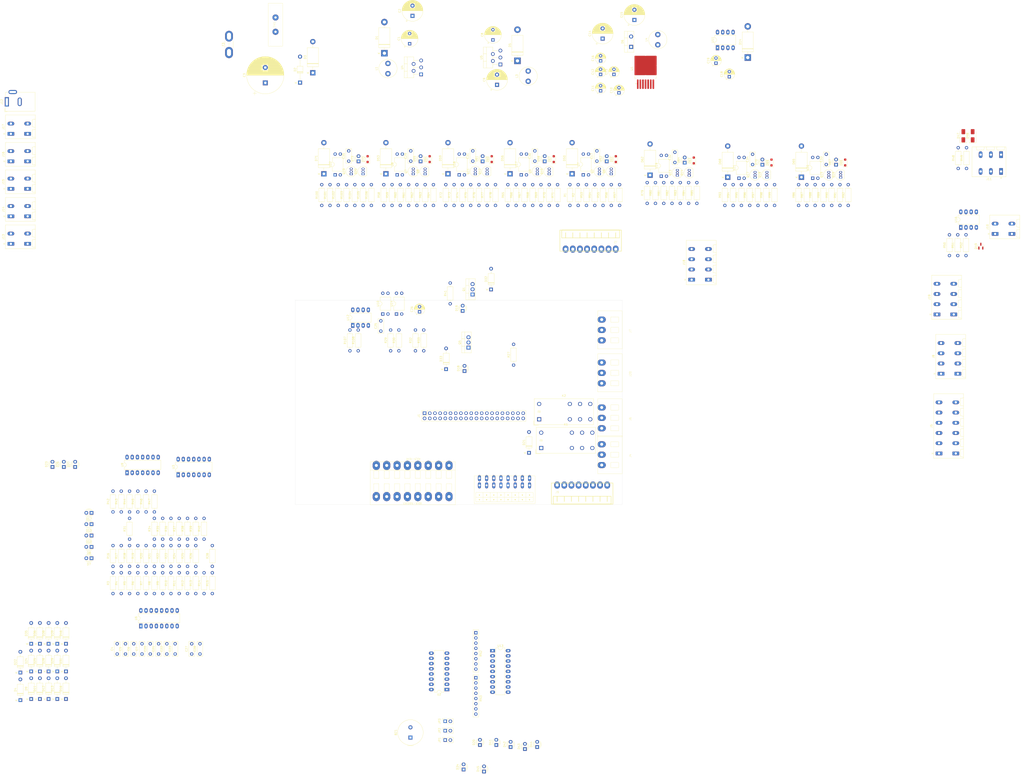
<source format=kicad_pcb>
(kicad_pcb
	(version 20240108)
	(generator "pcbnew")
	(generator_version "8.0")
	(general
		(thickness 1.6)
		(legacy_teardrops no)
	)
	(paper "A4")
	(layers
		(0 "F.Cu" signal)
		(31 "B.Cu" signal)
		(32 "B.Adhes" user "B.Adhesive")
		(33 "F.Adhes" user "F.Adhesive")
		(34 "B.Paste" user)
		(35 "F.Paste" user)
		(36 "B.SilkS" user "B.Silkscreen")
		(37 "F.SilkS" user "F.Silkscreen")
		(38 "B.Mask" user)
		(39 "F.Mask" user)
		(40 "Dwgs.User" user "User.Drawings")
		(41 "Cmts.User" user "User.Comments")
		(42 "Eco1.User" user "User.Eco1")
		(43 "Eco2.User" user "User.Eco2")
		(44 "Edge.Cuts" user)
		(45 "Margin" user)
		(46 "B.CrtYd" user "B.Courtyard")
		(47 "F.CrtYd" user "F.Courtyard")
		(48 "B.Fab" user)
		(49 "F.Fab" user)
		(50 "User.1" user)
		(51 "User.2" user)
		(52 "User.3" user)
		(53 "User.4" user)
		(54 "User.5" user)
		(55 "User.6" user)
		(56 "User.7" user)
		(57 "User.8" user)
		(58 "User.9" user)
	)
	(setup
		(pad_to_mask_clearance 0)
		(allow_soldermask_bridges_in_footprints no)
		(pcbplotparams
			(layerselection 0x00010fc_ffffffff)
			(plot_on_all_layers_selection 0x0000000_00000000)
			(disableapertmacros no)
			(usegerberextensions no)
			(usegerberattributes yes)
			(usegerberadvancedattributes yes)
			(creategerberjobfile yes)
			(dashed_line_dash_ratio 12.000000)
			(dashed_line_gap_ratio 3.000000)
			(svgprecision 4)
			(plotframeref no)
			(viasonmask no)
			(mode 1)
			(useauxorigin no)
			(hpglpennumber 1)
			(hpglpenspeed 20)
			(hpglpendiameter 15.000000)
			(pdf_front_fp_property_popups yes)
			(pdf_back_fp_property_popups yes)
			(dxfpolygonmode yes)
			(dxfimperialunits yes)
			(dxfusepcbnewfont yes)
			(psnegative no)
			(psa4output no)
			(plotreference yes)
			(plotvalue yes)
			(plotfptext yes)
			(plotinvisibletext no)
			(sketchpadsonfab no)
			(subtractmaskfromsilk no)
			(outputformat 1)
			(mirror no)
			(drillshape 1)
			(scaleselection 1)
			(outputdirectory "")
		)
	)
	(net 0 "")
	(net 1 "+5V")
	(net 2 "/Buzzer")
	(net 3 "+24V filtered")
	(net 4 "GND")
	(net 5 "+3V3")
	(net 6 "/ADC_CH3")
	(net 7 "/ADC_CH1")
	(net 8 "+12V")
	(net 9 "Net-(D6-K)")
	(net 10 "Net-(U1-BOOT)")
	(net 11 "/Dig-IN_1")
	(net 12 "Net-(U11-CAP+)")
	(net 13 "Net-(D14-K)")
	(net 14 "-5V")
	(net 15 "/ADC_CH5")
	(net 16 "/ADC_CH6")
	(net 17 "/ADC_CH0")
	(net 18 "/ADC_CH2")
	(net 19 "/ADC_CH7")
	(net 20 "/ADC_CH4")
	(net 21 "/Dig-IN_2")
	(net 22 "/Dig-IN_3")
	(net 23 "/Dig-IN_4")
	(net 24 "/Dig-IN_5")
	(net 25 "/Dig-IN_6")
	(net 26 "/Dig-IN_7")
	(net 27 "/Dig-IN_8")
	(net 28 "Net-(D1-K)")
	(net 29 "Net-(D2-K)")
	(net 30 "Net-(D4-A)")
	(net 31 "Net-(D5-K)")
	(net 32 "Net-(D7-K)")
	(net 33 "Net-(D7-A)")
	(net 34 "Net-(D8-K)")
	(net 35 "Net-(D8-A)")
	(net 36 "Net-(D10-A)")
	(net 37 "Net-(D10-K)")
	(net 38 "Net-(D11-A)")
	(net 39 "Net-(D13-A)")
	(net 40 "Net-(D15-K)")
	(net 41 "Net-(D15-A)")
	(net 42 "Net-(D17-A)")
	(net 43 "Net-(D17-K)")
	(net 44 "/OUT_PWM_2_drain")
	(net 45 "Net-(D18-A)")
	(net 46 "/OUT_PWM_1_drain")
	(net 47 "Net-(D19-A)")
	(net 48 "Net-(D20-A)")
	(net 49 "OUT_Digital_1_open-drain")
	(net 50 "Net-(D21-A)")
	(net 51 "Net-(D23-K)")
	(net 52 "Net-(D23-A)")
	(net 53 "Net-(D24-A)")
	(net 54 "Net-(D26-A)")
	(net 55 "Net-(D26-K)")
	(net 56 "Net-(D27-K)")
	(net 57 "Net-(D27-A)")
	(net 58 "IN_Analog_6 (0-20mA)")
	(net 59 "IN_Analog_7 (0-20mA)")
	(net 60 "/OUT_Relay_1")
	(net 61 "/OUT_PWM_1_diode")
	(net 62 "/OUT_PWM_2_diode")
	(net 63 "Net-(D34-A)")
	(net 64 "Net-(D38-A)")
	(net 65 "OUT_Digital_2_open-drain")
	(net 66 "Net-(D41-A)")
	(net 67 "OUT_Digital_3_open-drain")
	(net 68 "Net-(D42-A)")
	(net 69 "Net-(D43-A)")
	(net 70 "OUT_Digital_4_open-drain")
	(net 71 "OUT_Digital_5_open-drain")
	(net 72 "Net-(D44-A)")
	(net 73 "Net-(D45-A)")
	(net 74 "/OUT_Relay_2")
	(net 75 "I2C_SDA")
	(net 76 "RS485_B")
	(net 77 "RS485_A")
	(net 78 "Net-(D50-A1)")
	(net 79 "Net-(D51-A)")
	(net 80 "Net-(D52-A)")
	(net 81 "Net-(D52-K)")
	(net 82 "Net-(D53-A1)")
	(net 83 "Net-(D54-A)")
	(net 84 "Net-(D55-K)")
	(net 85 "Net-(D55-A)")
	(net 86 "Net-(D56-A1)")
	(net 87 "Net-(D57-A)")
	(net 88 "Net-(D58-A)")
	(net 89 "Net-(D58-K)")
	(net 90 "Net-(D59-A1)")
	(net 91 "Net-(D60-A)")
	(net 92 "Net-(D61-A)")
	(net 93 "Net-(D61-K)")
	(net 94 "Net-(D62-A1)")
	(net 95 "Net-(D63-A)")
	(net 96 "Net-(D64-K)")
	(net 97 "Net-(D64-A)")
	(net 98 "Net-(D65-A1)")
	(net 99 "Net-(D66-A)")
	(net 100 "Net-(D67-A)")
	(net 101 "Net-(D67-K)")
	(net 102 "Net-(D68-A1)")
	(net 103 "Net-(D69-A)")
	(net 104 "Net-(D70-A)")
	(net 105 "Net-(D70-K)")
	(net 106 "Net-(D71-A1)")
	(net 107 "Net-(D72-A)")
	(net 108 "Net-(D73-A)")
	(net 109 "Net-(D73-K)")
	(net 110 "+BATT")
	(net 111 "unconnected-(J1-ID_SD{slash}GPIO0-Pad27)")
	(net 112 "/SPI_CE0_ADC")
	(net 113 "Net-(J1-3V3-Pad1)")
	(net 114 "/SPI0_miso_ADC")
	(net 115 "/UART_DIR-T")
	(net 116 "/SPI0_mosi_ADC")
	(net 117 "/SPI0_sclk_ADC")
	(net 118 "/UART_TX")
	(net 119 "/SPI1_miso_FREE")
	(net 120 "/SR-OUT_latch")
	(net 121 "/SPI1_mosi_FREE")
	(net 122 "/SR-OUT_clock")
	(net 123 "/SR-OUT_data")
	(net 124 "unconnected-(J1-ID_SC{slash}GPIO1-Pad28)")
	(net 125 "/SPI1_CE_FREE")
	(net 126 "/UART_RX")
	(net 127 "/OUT_PWM_2")
	(net 128 "/SPI1_sclk_FREE")
	(net 129 "/OUT_PWM_1")
	(net 130 "IN_Digital_8")
	(net 131 "IN_Digital_5")
	(net 132 "IN_Digital_2")
	(net 133 "IN_Digital_3")
	(net 134 "IN_Digital_4")
	(net 135 "IN_Digital_6")
	(net 136 "IN_Digital_7")
	(net 137 "IN_Digital_1")
	(net 138 "OUT_Digital_8")
	(net 139 "OUT_Digital_7_open-drain")
	(net 140 "OUT_Digital_2")
	(net 141 "OUT_Digital_4")
	(net 142 "OUT_Digital_5")
	(net 143 "OUT_Digital_6")
	(net 144 "OUT_Digital_3")
	(net 145 "OUT_Digital_7")
	(net 146 "OUT_Digital_8_open-drain")
	(net 147 "OUT_Digital_1")
	(net 148 "OUT_Digital_6_open-drain")
	(net 149 "Net-(J4-Pin_1)")
	(net 150 "Net-(J4-Pin_2)")
	(net 151 "Net-(J4-Pin_3)")
	(net 152 "OUT_Digital_COM_open-drain")
	(net 153 "Net-(J6-Pin_1)")
	(net 154 "Net-(J6-Pin_3)")
	(net 155 "Net-(J6-Pin_2)")
	(net 156 "IN_Analog_1 (0-3.3V)")
	(net 157 "IN_Analog_5 (0-24V)")
	(net 158 "IN_Analog_4 (0-12V)")
	(net 159 "IN_Analog_2 (0-5V)")
	(net 160 "IN_Analog_0 (0-3.3V)")
	(net 161 "IN_Analog_3 (0-5V)")
	(net 162 "Net-(Q1-G)")
	(net 163 "Net-(Q2-G)")
	(net 164 "Net-(Q2-D)")
	(net 165 "Net-(Q5-G)")
	(net 166 "Net-(Q6-G)")
	(net 167 "Net-(Q7-G)")
	(net 168 "Net-(Q7-D)")
	(net 169 "Net-(Q8-G)")
	(net 170 "Net-(Q9-G)")
	(net 171 "Net-(Q9-D)")
	(net 172 "Net-(Q10-G)")
	(net 173 "Net-(Q11-D)")
	(net 174 "Net-(Q11-G)")
	(net 175 "Net-(Q12-G)")
	(net 176 "Net-(Q13-G)")
	(net 177 "Net-(Q13-D)")
	(net 178 "Net-(Q14-G)")
	(net 179 "Net-(Q15-D)")
	(net 180 "Net-(Q15-G)")
	(net 181 "Net-(Q16-G)")
	(net 182 "Net-(Q17-G)")
	(net 183 "Net-(Q17-D)")
	(net 184 "Net-(Q18-G)")
	(net 185 "Net-(Q19-D)")
	(net 186 "Net-(Q19-G)")
	(net 187 "Net-(Q20-G)")
	(net 188 "Net-(R2-Pad2)")
	(net 189 "Net-(U9C--)")
	(net 190 "Net-(U12-~{OUTA})")
	(net 191 "Net-(U12-~{OUTB})")
	(net 192 "Net-(U12-INB)")
	(net 193 "Net-(R33-Pad1)")
	(net 194 "Net-(U9D--)")
	(net 195 "Net-(R59-Pad2)")
	(net 196 "Net-(R66-Pad2)")
	(net 197 "Net-(R73-Pad2)")
	(net 198 "Net-(R80-Pad2)")
	(net 199 "Net-(R87-Pad2)")
	(net 200 "Net-(R94-Pad2)")
	(net 201 "Net-(R101-Pad2)")
	(net 202 "Net-(U12-INA)")
	(net 203 "Net-(R108-Pad1)")
	(net 204 "Net-(RN2-R1.2)")
	(net 205 "Net-(RN2-R3.2)")
	(net 206 "Net-(RN2-R4.2)")
	(net 207 "Net-(RN2-R2.2)")
	(net 208 "Net-(RN3-R2.2)")
	(net 209 "Net-(RN3-R3.2)")
	(net 210 "Net-(RN3-R1.2)")
	(net 211 "Net-(RN3-R4.2)")
	(net 212 "unconnected-(U1-EN-Pad7)")
	(net 213 "unconnected-(U1-NC-Pad5)")
	(net 214 "unconnected-(U2-QH'-Pad9)")
	(net 215 "unconnected-(U11-OSC-Pad7)")
	(net 216 "unconnected-(U11-NC-Pad1)")
	(net 217 "unconnected-(U12-NC-Pad8)")
	(net 218 "unconnected-(U12-NC-Pad1)")
	(net 219 "unconnected-(J21-Pin_15-Pad15)")
	(net 220 "unconnected-(J21-Pin_12-Pad12)")
	(net 221 "unconnected-(J21-Pin_1-Pad1)")
	(net 222 "unconnected-(J21-Pin_8-Pad8)")
	(net 223 "unconnected-(J21-Pin_7-Pad7)")
	(net 224 "unconnected-(J21-Pin_10-Pad10)")
	(net 225 "unconnected-(J21-Pin_4-Pad4)")
	(net 226 "unconnected-(J21-Pin_5-Pad5)")
	(net 227 "unconnected-(J21-Pin_14-Pad14)")
	(net 228 "unconnected-(J21-Pin_9-Pad9)")
	(net 229 "unconnected-(J21-Pin_16-Pad16)")
	(net 230 "unconnected-(J21-Pin_3-Pad3)")
	(net 231 "unconnected-(J21-Pin_11-Pad11)")
	(net 232 "unconnected-(J21-Pin_2-Pad2)")
	(net 233 "unconnected-(J21-Pin_13-Pad13)")
	(net 234 "unconnected-(J21-Pin_6-Pad6)")
	(footprint "Capacitor_THT:CP_Radial_D10.0mm_P5.00mm" (layer "F.Cu") (at 136.35 -61.907323 90))
	(footprint "Resistor_THT:R_Axial_DIN0207_L6.3mm_D2.5mm_P10.16mm_Horizontal" (layer "F.Cu") (at 226 -3.92 90))
	(footprint "Resistor_THT:R_Axial_DIN0207_L6.3mm_D2.5mm_P10.16mm_Horizontal" (layer "F.Cu") (at 357.655 21.6 90))
	(footprint "Package_TO_SOT_THT:TO-92_Inline" (layer "F.Cu") (at 192.23 -18.29 90))
	(footprint "Package_DIP:DIP-4_W10.16mm" (layer "F.Cu") (at 80.4725 50.2 90))
	(footprint "Diode_THT:D_A-405_P10.16mm_Horizontal" (layer "F.Cu") (at -78.75 225 90))
	(footprint "Resistor_THT:R_Axial_DIN0207_L6.3mm_D2.5mm_P10.16mm_Horizontal" (layer "F.Cu") (at -31.25 173.62 90))
	(footprint "Connector_PinSocket_2.54mm:PinSocket_1x02_P2.54mm_Vertical" (layer "F.Cu") (at 111 258.6 90))
	(footprint "Capacitor_THT:CP_Radial_D5.0mm_P2.50mm" (layer "F.Cu") (at 98.4475 49.1 90))
	(footprint "Resistor_THT:R_Axial_DIN0207_L6.3mm_D2.5mm_P10.16mm_Horizontal" (layer "F.Cu") (at 113.4475 45.18 90))
	(footprint "Relay_THT:Relay_SPDT_Omron_G2RL-1-E" (layer "F.Cu") (at 157.9625 115.735 90))
	(footprint "Resistor_THT:R_Axial_DIN0207_L6.3mm_D2.5mm_P10.16mm_Horizontal" (layer "F.Cu") (at -2.9 186.93 90))
	(footprint "Resistor_THT:R_Axial_DIN0207_L6.3mm_D2.5mm_P10.16mm_Horizontal" (layer "F.Cu") (at -31.25 160.31 90))
	(footprint "Resistor_THT:R_Axial_DIN0207_L6.3mm_D2.5mm_P10.16mm_Horizontal" (layer "F.Cu") (at 115.35 -2.92 90))
	(footprint "Capacitor_THT:CP_Radial_D8.0mm_P5.00mm" (layer "F.Cu") (at 93.59 -82.029698 90))
	(footprint "Diode_THT:D_DO-201AD_P15.24mm_Horizontal" (layer "F.Cu") (at 146.35 -73.655 90))
	(footprint "Package_DIP:DIP-8_W7.62mm_LongPads" (layer "F.Cu") (at 363.2 7.825 90))
	(footprint "Diode_THT:D_DO-201AE_P15.24mm_Horizontal" (layer "F.Cu") (at 112.36 -18.38 90))
	(footprint "Diode_THT:D_A-405_P10.16mm_Horizontal" (layer "F.Cu") (at -91.5 211.49 90))
	(footprint "LED_THT:LED_D3.0mm_IRBlack"
		(layer "F.Cu")
		(uuid "0fb19009-66cf-4b3c-9f8f-20613afe0f68")
		(at 266.15 -22.84 90)
		(descr "IR-ED, diameter 3.0mm, 2 pins, color: black")
		(tags "IR infrared LED diameter 3.0mm 2 pins black")
		(property "Reference" "D70"
			(at 1.27 -2.96 90)
			(layer "F.SilkS")
			(uuid "39960839-f626-4a9e-9590-25f8491123f9")
			(effects
				(font
					(size 1 1)
					(thickness 0.15)
				)
			)
		)
		(property "Value" "LED_3O"
			(at 1.27 2.96 90)
			(layer "F.Fab")
			(uuid "7b4e3ff0-0230-47db-ad6c-88662acc0da0")
			(effects
				(font
					(size 1 1)
					(thickness 0.15)
				)
			)
		)
		(property "Footprint" "LED_THT:LED_D3.0mm_IRBlack"
			(at 0 0 90)
			(unlocked yes)
			(layer "F.Fab")
			(hide yes)
			(uuid "919630fc-e63c-4db7-892f-99fde491afaa")
			(effects
				(font
					(size 1.27 1.27)
					(thickness 0.15)
				)
			)
		)
		(property "Datasheet" ""
			(at 0 0 90)
			(unlocked yes)
			(layer "F.Fab")
			(hide yes)
			(uuid "416d4a48-a579-420d-ab54-182e3009a1e1")
			(effects
				(font
					(size 1.27 1.27)
					(thickness 0.15)
				)
			)
		)
		(property "Description" "Light emitting diode"
			(at 0 0 90)
			(unlocked yes)
			(layer "F.Fab")
			(hide yes)
			(uuid "80821bb8-0c4f-4b94-befb-85a7c15d642d")
			(effects
				(font
					(size 1.27 1.27)
					(thickness 0.15)
				)
			)
		)
		(property ki_fp_filters "LED* LED_SMD:* LED_THT:*")
		(path "/0f4b2682-ffd6-45f6-a9ed-59b159fa5c47/c5a6aa9c-ad05-4ae6-b979-b21910358fe1")
		(sheetname "Protected-Digital-Input6")
		(sheetfile "digitial-input.kicad_sch")
		(attr through_hole)
		(fp_line
			(start -0.29 -1.236)
			(end -0.29 -1.08)
			(stroke
				(width 0.12)
				(type solid)
			)
			(layer "F.SilkS")
			(uuid "ac2bd726-78f3-4430-a7c2-3447ca85c6f4")
		)
		(fp_line
			(start -0.29 1.08)
			(end -0.29 1.236)
			(stroke
				(width 0.12)
				(type solid)
			)
			(layer "F.SilkS")
			(uuid "acf3b801-72ae-4b9d-9086-232f4e220248")
		)
		(fp_arc
			(start -0.29 -1.235516)
			(mid 1.366487 -1.987659)
			(end 2.942335 -1.078608)
			(stroke
				(width 0.12)
				(type solid)
			)
			(laye
... [1836568 chars truncated]
</source>
